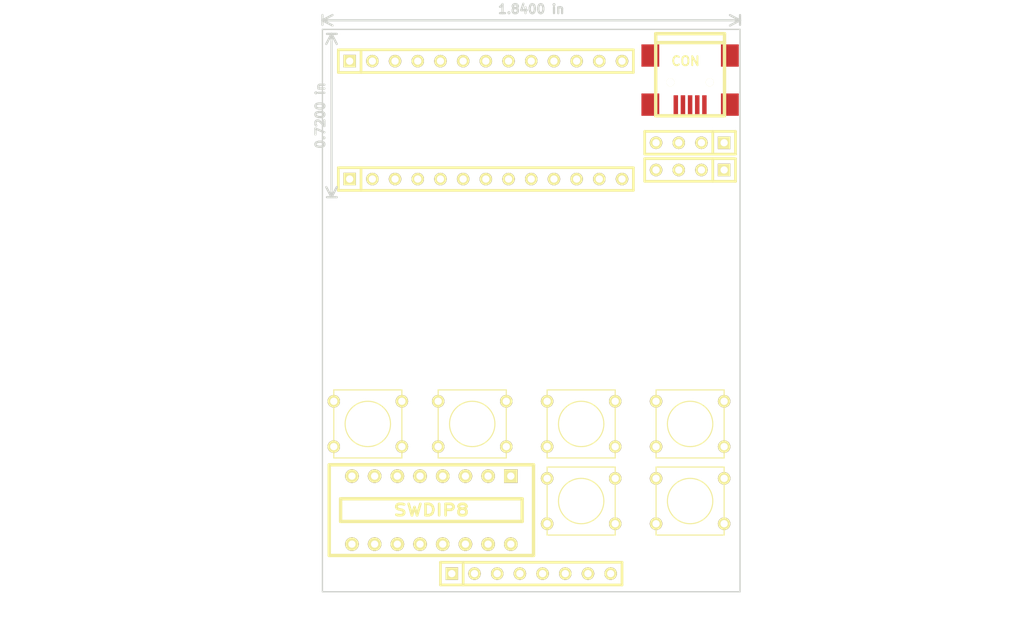
<source format=kicad_pcb>
(kicad_pcb (version 3) (host pcbnew "(2013-jul-07)-stable")

  (general
    (links 0)
    (no_connects 0)
    (area 85.475188 57.853 199.782908 127.443)
    (thickness 1.6)
    (drawings 37)
    (tracks 0)
    (zones 0)
    (modules 13)
    (nets 1)
  )

  (page A4)
  (layers
    (15 F.Cu signal)
    (0 B.Cu signal)
    (16 B.Adhes user)
    (17 F.Adhes user)
    (18 B.Paste user)
    (19 F.Paste user)
    (20 B.SilkS user)
    (21 F.SilkS user)
    (22 B.Mask user)
    (23 F.Mask user)
    (24 Dwgs.User user)
    (25 Cmts.User user)
    (26 Eco1.User user)
    (27 Eco2.User user)
    (28 Edge.Cuts user)
  )

  (setup
    (last_trace_width 0.254)
    (trace_clearance 0.254)
    (zone_clearance 0.508)
    (zone_45_only no)
    (trace_min 0.254)
    (segment_width 0.2)
    (edge_width 0.15)
    (via_size 0.889)
    (via_drill 0.635)
    (via_min_size 0.889)
    (via_min_drill 0.508)
    (uvia_size 0.508)
    (uvia_drill 0.127)
    (uvias_allowed no)
    (uvia_min_size 0.508)
    (uvia_min_drill 0.127)
    (pcb_text_width 0.3)
    (pcb_text_size 1 1)
    (mod_edge_width 0.15)
    (mod_text_size 1 1)
    (mod_text_width 0.15)
    (pad_size 1 1)
    (pad_drill 0.6)
    (pad_to_mask_clearance 0)
    (aux_axis_origin 0 0)
    (visible_elements FFFFFFBF)
    (pcbplotparams
      (layerselection 0)
      (usegerberextensions true)
      (excludeedgelayer true)
      (linewidth 0.150000)
      (plotframeref false)
      (viasonmask false)
      (mode 1)
      (useauxorigin false)
      (hpglpennumber 1)
      (hpglpenspeed 20)
      (hpglpendiameter 15)
      (hpglpenoverlay 2)
      (psnegative false)
      (psa4output false)
      (plotreference true)
      (plotvalue true)
      (plotothertext true)
      (plotinvisibletext false)
      (padsonsilk false)
      (subtractmaskfromsilk false)
      (outputformat 1)
      (mirror false)
      (drillshape 0)
      (scaleselection 1)
      (outputdirectory ""))
  )

  (net 0 "")

  (net_class Default "This is the default net class."
    (clearance 0.254)
    (trace_width 0.254)
    (via_dia 0.889)
    (via_drill 0.635)
    (uvia_dia 0.508)
    (uvia_drill 0.127)
    (add_net "")
  )

  (module SW_PUSH_SMALL (layer F.Cu) (tedit 54CFDF7E) (tstamp 54CFDE5A)
    (at 126.492 105.156)
    (fp_text reference SW_PUSH_SMALL (at 0 -1.016) (layer F.SilkS) hide
      (effects (font (size 1.016 1.016) (thickness 0.2032)))
    )
    (fp_text value Val** (at 0 1.016) (layer F.SilkS) hide
      (effects (font (size 1.016 1.016) (thickness 0.2032)))
    )
    (fp_circle (center 0 0) (end 0 -2.54) (layer F.SilkS) (width 0.127))
    (fp_line (start -3.81 -3.81) (end 3.81 -3.81) (layer F.SilkS) (width 0.127))
    (fp_line (start 3.81 -3.81) (end 3.81 3.81) (layer F.SilkS) (width 0.127))
    (fp_line (start 3.81 3.81) (end -3.81 3.81) (layer F.SilkS) (width 0.127))
    (fp_line (start -3.81 -3.81) (end -3.81 3.81) (layer F.SilkS) (width 0.127))
    (pad 1 thru_hole circle (at 3.81 -2.54) (size 1.397 1.397) (drill 0.8128)
      (layers *.Cu *.Mask F.SilkS)
    )
    (pad 2 thru_hole circle (at 3.81 2.54) (size 1.397 1.397) (drill 0.8128)
      (layers *.Cu *.Mask F.SilkS)
    )
    (pad 1 thru_hole circle (at -3.81 -2.54) (size 1.397 1.397) (drill 0.8128)
      (layers *.Cu *.Mask F.SilkS)
    )
    (pad 2 thru_hole circle (at -3.81 2.54) (size 1.397 1.397) (drill 0.8128)
      (layers *.Cu *.Mask F.SilkS)
    )
  )

  (module SW_PUSH_SMALL (layer F.Cu) (tedit 54CFDF7B) (tstamp 54CFDE76)
    (at 138.176 105.156)
    (fp_text reference SW_PUSH_SMALL (at 0 -0.762) (layer F.SilkS) hide
      (effects (font (size 1.016 1.016) (thickness 0.2032)))
    )
    (fp_text value Val** (at 0 1.016) (layer F.SilkS) hide
      (effects (font (size 1.016 1.016) (thickness 0.2032)))
    )
    (fp_circle (center 0 0) (end 0 -2.54) (layer F.SilkS) (width 0.127))
    (fp_line (start -3.81 -3.81) (end 3.81 -3.81) (layer F.SilkS) (width 0.127))
    (fp_line (start 3.81 -3.81) (end 3.81 3.81) (layer F.SilkS) (width 0.127))
    (fp_line (start 3.81 3.81) (end -3.81 3.81) (layer F.SilkS) (width 0.127))
    (fp_line (start -3.81 -3.81) (end -3.81 3.81) (layer F.SilkS) (width 0.127))
    (pad 1 thru_hole circle (at 3.81 -2.54) (size 1.397 1.397) (drill 0.8128)
      (layers *.Cu *.Mask F.SilkS)
    )
    (pad 2 thru_hole circle (at 3.81 2.54) (size 1.397 1.397) (drill 0.8128)
      (layers *.Cu *.Mask F.SilkS)
    )
    (pad 1 thru_hole circle (at -3.81 -2.54) (size 1.397 1.397) (drill 0.8128)
      (layers *.Cu *.Mask F.SilkS)
    )
    (pad 2 thru_hole circle (at -3.81 2.54) (size 1.397 1.397) (drill 0.8128)
      (layers *.Cu *.Mask F.SilkS)
    )
  )

  (module SW_PUSH_SMALL (layer F.Cu) (tedit 54CFDF6F) (tstamp 54CFDE8F)
    (at 150.368 105.156)
    (fp_text reference SW_PUSH_SMALL (at 0 -0.762) (layer F.SilkS) hide
      (effects (font (size 1.016 1.016) (thickness 0.2032)))
    )
    (fp_text value Val** (at 0 1.016) (layer F.SilkS) hide
      (effects (font (size 1.016 1.016) (thickness 0.2032)))
    )
    (fp_circle (center 0 0) (end 0 -2.54) (layer F.SilkS) (width 0.127))
    (fp_line (start -3.81 -3.81) (end 3.81 -3.81) (layer F.SilkS) (width 0.127))
    (fp_line (start 3.81 -3.81) (end 3.81 3.81) (layer F.SilkS) (width 0.127))
    (fp_line (start 3.81 3.81) (end -3.81 3.81) (layer F.SilkS) (width 0.127))
    (fp_line (start -3.81 -3.81) (end -3.81 3.81) (layer F.SilkS) (width 0.127))
    (pad 1 thru_hole circle (at 3.81 -2.54) (size 1.397 1.397) (drill 0.8128)
      (layers *.Cu *.Mask F.SilkS)
    )
    (pad 2 thru_hole circle (at 3.81 2.54) (size 1.397 1.397) (drill 0.8128)
      (layers *.Cu *.Mask F.SilkS)
    )
    (pad 1 thru_hole circle (at -3.81 -2.54) (size 1.397 1.397) (drill 0.8128)
      (layers *.Cu *.Mask F.SilkS)
    )
    (pad 2 thru_hole circle (at -3.81 2.54) (size 1.397 1.397) (drill 0.8128)
      (layers *.Cu *.Mask F.SilkS)
    )
  )

  (module SW_PUSH_SMALL (layer F.Cu) (tedit 54CFDF72) (tstamp 54CFDEA8)
    (at 162.56 105.156)
    (fp_text reference SW_PUSH_SMALL (at 0 -0.762) (layer F.SilkS) hide
      (effects (font (size 1.016 1.016) (thickness 0.2032)))
    )
    (fp_text value Val** (at 0 1.016) (layer F.SilkS) hide
      (effects (font (size 1.016 1.016) (thickness 0.2032)))
    )
    (fp_circle (center 0 0) (end 0 -2.54) (layer F.SilkS) (width 0.127))
    (fp_line (start -3.81 -3.81) (end 3.81 -3.81) (layer F.SilkS) (width 0.127))
    (fp_line (start 3.81 -3.81) (end 3.81 3.81) (layer F.SilkS) (width 0.127))
    (fp_line (start 3.81 3.81) (end -3.81 3.81) (layer F.SilkS) (width 0.127))
    (fp_line (start -3.81 -3.81) (end -3.81 3.81) (layer F.SilkS) (width 0.127))
    (pad 1 thru_hole circle (at 3.81 -2.54) (size 1.397 1.397) (drill 0.8128)
      (layers *.Cu *.Mask F.SilkS)
    )
    (pad 2 thru_hole circle (at 3.81 2.54) (size 1.397 1.397) (drill 0.8128)
      (layers *.Cu *.Mask F.SilkS)
    )
    (pad 1 thru_hole circle (at -3.81 -2.54) (size 1.397 1.397) (drill 0.8128)
      (layers *.Cu *.Mask F.SilkS)
    )
    (pad 2 thru_hole circle (at -3.81 2.54) (size 1.397 1.397) (drill 0.8128)
      (layers *.Cu *.Mask F.SilkS)
    )
  )

  (module SWDIP8 (layer F.Cu) (tedit 54CFDF5F) (tstamp 54CFE51B)
    (at 133.604 114.808 180)
    (descr "Switch Dil 8 elements")
    (tags "SWITCH DEV")
    (fp_text reference SWDIP8 (at 0 0 180) (layer F.SilkS)
      (effects (font (size 1.27 1.524) (thickness 0.3048)))
    )
    (fp_text value SW** (at 0 -6.35 180) (layer F.SilkS) hide
      (effects (font (size 1.27 1.524) (thickness 0.3048)))
    )
    (fp_line (start -11.43 5.08) (end 11.43 5.08) (layer F.SilkS) (width 0.381))
    (fp_line (start 11.43 5.08) (end 11.43 -5.08) (layer F.SilkS) (width 0.381))
    (fp_line (start 11.43 -5.08) (end -11.43 -5.08) (layer F.SilkS) (width 0.381))
    (fp_line (start -11.43 -5.08) (end -11.43 5.08) (layer F.SilkS) (width 0.381))
    (fp_line (start -10.16 -1.27) (end 10.16 -1.27) (layer F.SilkS) (width 0.381))
    (fp_line (start 10.16 -1.27) (end 10.16 1.27) (layer F.SilkS) (width 0.381))
    (fp_line (start 10.16 1.27) (end -10.16 1.27) (layer F.SilkS) (width 0.381))
    (fp_line (start -10.16 1.27) (end -10.16 -1.27) (layer F.SilkS) (width 0.381))
    (pad 1 thru_hole rect (at -8.89 3.81 180) (size 1.524 1.524) (drill 0.8128)
      (layers *.Cu *.Mask F.SilkS)
    )
    (pad 2 thru_hole circle (at -6.35 3.81 180) (size 1.524 1.524) (drill 0.8128)
      (layers *.Cu *.Mask F.SilkS)
    )
    (pad 3 thru_hole circle (at -3.81 3.81 180) (size 1.524 1.524) (drill 0.8128)
      (layers *.Cu *.Mask F.SilkS)
    )
    (pad 4 thru_hole circle (at -1.27 3.81 180) (size 1.524 1.524) (drill 0.8128)
      (layers *.Cu *.Mask F.SilkS)
    )
    (pad 5 thru_hole circle (at 1.27 3.81 180) (size 1.524 1.524) (drill 0.8128)
      (layers *.Cu *.Mask F.SilkS)
    )
    (pad 6 thru_hole circle (at 3.81 3.81 180) (size 1.524 1.524) (drill 0.8128)
      (layers *.Cu *.Mask F.SilkS)
    )
    (pad 7 thru_hole circle (at 6.35 3.81 180) (size 1.524 1.524) (drill 0.8128)
      (layers *.Cu *.Mask F.SilkS)
    )
    (pad 8 thru_hole circle (at 8.89 3.81 180) (size 1.524 1.524) (drill 0.8128)
      (layers *.Cu *.Mask F.SilkS)
    )
    (pad 9 thru_hole circle (at 8.89 -3.81 180) (size 1.524 1.524) (drill 0.8128)
      (layers *.Cu *.Mask F.SilkS)
    )
    (pad 10 thru_hole circle (at 6.35 -3.81 180) (size 1.524 1.524) (drill 0.8128)
      (layers *.Cu *.Mask F.SilkS)
    )
    (pad 11 thru_hole circle (at 3.81 -3.81 180) (size 1.524 1.524) (drill 0.8128)
      (layers *.Cu *.Mask F.SilkS)
    )
    (pad 12 thru_hole circle (at 1.27 -3.81 180) (size 1.524 1.524) (drill 0.8128)
      (layers *.Cu *.Mask F.SilkS)
    )
    (pad 13 thru_hole circle (at -1.27 -3.81 180) (size 1.524 1.524) (drill 0.8128)
      (layers *.Cu *.Mask F.SilkS)
    )
    (pad 14 thru_hole circle (at -3.81 -3.81 180) (size 1.524 1.524) (drill 0.8128)
      (layers *.Cu *.Mask F.SilkS)
    )
    (pad 15 thru_hole circle (at -6.35 -3.81 180) (size 1.524 1.524) (drill 0.8128)
      (layers *.Cu *.Mask F.SilkS)
    )
    (pad 16 thru_hole circle (at -8.89 -3.81 180) (size 1.524 1.524) (drill 0.8128)
      (layers *.Cu *.Mask F.SilkS)
    )
  )

  (module SW_PUSH_SMALL (layer F.Cu) (tedit 54CFDF78) (tstamp 54CFE65D)
    (at 150.368 113.792 180)
    (fp_text reference SW_PUSH_SMALL (at 0 -0.762 180) (layer F.SilkS) hide
      (effects (font (size 1.016 1.016) (thickness 0.2032)))
    )
    (fp_text value Val** (at 0 1.016 180) (layer F.SilkS) hide
      (effects (font (size 1.016 1.016) (thickness 0.2032)))
    )
    (fp_circle (center 0 0) (end 0 -2.54) (layer F.SilkS) (width 0.127))
    (fp_line (start -3.81 -3.81) (end 3.81 -3.81) (layer F.SilkS) (width 0.127))
    (fp_line (start 3.81 -3.81) (end 3.81 3.81) (layer F.SilkS) (width 0.127))
    (fp_line (start 3.81 3.81) (end -3.81 3.81) (layer F.SilkS) (width 0.127))
    (fp_line (start -3.81 -3.81) (end -3.81 3.81) (layer F.SilkS) (width 0.127))
    (pad 1 thru_hole circle (at 3.81 -2.54 180) (size 1.397 1.397) (drill 0.8128)
      (layers *.Cu *.Mask F.SilkS)
    )
    (pad 2 thru_hole circle (at 3.81 2.54 180) (size 1.397 1.397) (drill 0.8128)
      (layers *.Cu *.Mask F.SilkS)
    )
    (pad 1 thru_hole circle (at -3.81 -2.54 180) (size 1.397 1.397) (drill 0.8128)
      (layers *.Cu *.Mask F.SilkS)
    )
    (pad 2 thru_hole circle (at -3.81 2.54 180) (size 1.397 1.397) (drill 0.8128)
      (layers *.Cu *.Mask F.SilkS)
    )
  )

  (module SIL-4 (layer F.Cu) (tedit 54CFDF89) (tstamp 54CFFC47)
    (at 162.56 73.66 180)
    (descr "Connecteur 4 pibs")
    (tags "CONN DEV")
    (fp_text reference SIL-4 (at 0 -2.54 180) (layer F.SilkS) hide
      (effects (font (size 1.73482 1.08712) (thickness 0.27178)))
    )
    (fp_text value Val** (at 0 -2.54 180) (layer F.SilkS) hide
      (effects (font (size 1.524 1.016) (thickness 0.3048)))
    )
    (fp_line (start -5.08 -1.27) (end -5.08 -1.27) (layer F.SilkS) (width 0.3048))
    (fp_line (start -5.08 1.27) (end -5.08 -1.27) (layer F.SilkS) (width 0.3048))
    (fp_line (start -5.08 -1.27) (end -5.08 -1.27) (layer F.SilkS) (width 0.3048))
    (fp_line (start -5.08 -1.27) (end 5.08 -1.27) (layer F.SilkS) (width 0.3048))
    (fp_line (start 5.08 -1.27) (end 5.08 1.27) (layer F.SilkS) (width 0.3048))
    (fp_line (start 5.08 1.27) (end -5.08 1.27) (layer F.SilkS) (width 0.3048))
    (fp_line (start -2.54 1.27) (end -2.54 -1.27) (layer F.SilkS) (width 0.3048))
    (pad 1 thru_hole rect (at -3.81 0 180) (size 1.397 1.397) (drill 0.8128)
      (layers *.Cu *.Mask F.SilkS)
    )
    (pad 2 thru_hole circle (at -1.27 0 180) (size 1.397 1.397) (drill 0.8128)
      (layers *.Cu *.Mask F.SilkS)
    )
    (pad 3 thru_hole circle (at 1.27 0 180) (size 1.397 1.397) (drill 0.8128)
      (layers *.Cu *.Mask F.SilkS)
    )
    (pad 4 thru_hole circle (at 3.81 0 180) (size 1.397 1.397) (drill 0.8128)
      (layers *.Cu *.Mask F.SilkS)
    )
  )

  (module SIL-4 (layer F.Cu) (tedit 54CFDF85) (tstamp 54CFFC7B)
    (at 162.56 76.708 180)
    (descr "Connecteur 4 pibs")
    (tags "CONN DEV")
    (fp_text reference SIL-4 (at 0 -2.54 180) (layer F.SilkS) hide
      (effects (font (size 1.73482 1.08712) (thickness 0.27178)))
    )
    (fp_text value Val** (at 0 -2.54 180) (layer F.SilkS) hide
      (effects (font (size 1.524 1.016) (thickness 0.3048)))
    )
    (fp_line (start -5.08 -1.27) (end -5.08 -1.27) (layer F.SilkS) (width 0.3048))
    (fp_line (start -5.08 1.27) (end -5.08 -1.27) (layer F.SilkS) (width 0.3048))
    (fp_line (start -5.08 -1.27) (end -5.08 -1.27) (layer F.SilkS) (width 0.3048))
    (fp_line (start -5.08 -1.27) (end 5.08 -1.27) (layer F.SilkS) (width 0.3048))
    (fp_line (start 5.08 -1.27) (end 5.08 1.27) (layer F.SilkS) (width 0.3048))
    (fp_line (start 5.08 1.27) (end -5.08 1.27) (layer F.SilkS) (width 0.3048))
    (fp_line (start -2.54 1.27) (end -2.54 -1.27) (layer F.SilkS) (width 0.3048))
    (pad 1 thru_hole rect (at -3.81 0 180) (size 1.397 1.397) (drill 0.8128)
      (layers *.Cu *.Mask F.SilkS)
    )
    (pad 2 thru_hole circle (at -1.27 0 180) (size 1.397 1.397) (drill 0.8128)
      (layers *.Cu *.Mask F.SilkS)
    )
    (pad 3 thru_hole circle (at 1.27 0 180) (size 1.397 1.397) (drill 0.8128)
      (layers *.Cu *.Mask F.SilkS)
    )
    (pad 4 thru_hole circle (at 3.81 0 180) (size 1.397 1.397) (drill 0.8128)
      (layers *.Cu *.Mask F.SilkS)
    )
  )

  (module SW_PUSH_SMALL (layer F.Cu) (tedit 54CFDF74) (tstamp 54CFFDF8)
    (at 162.56 113.792)
    (fp_text reference SW_PUSH_SMALL (at 0 -0.762) (layer F.SilkS) hide
      (effects (font (size 1.016 1.016) (thickness 0.2032)))
    )
    (fp_text value Val** (at 0 1.016) (layer F.SilkS) hide
      (effects (font (size 1.016 1.016) (thickness 0.2032)))
    )
    (fp_circle (center 0 0) (end 0 -2.54) (layer F.SilkS) (width 0.127))
    (fp_line (start -3.81 -3.81) (end 3.81 -3.81) (layer F.SilkS) (width 0.127))
    (fp_line (start 3.81 -3.81) (end 3.81 3.81) (layer F.SilkS) (width 0.127))
    (fp_line (start 3.81 3.81) (end -3.81 3.81) (layer F.SilkS) (width 0.127))
    (fp_line (start -3.81 -3.81) (end -3.81 3.81) (layer F.SilkS) (width 0.127))
    (pad 1 thru_hole circle (at 3.81 -2.54) (size 1.397 1.397) (drill 0.8128)
      (layers *.Cu *.Mask F.SilkS)
    )
    (pad 2 thru_hole circle (at 3.81 2.54) (size 1.397 1.397) (drill 0.8128)
      (layers *.Cu *.Mask F.SilkS)
    )
    (pad 1 thru_hole circle (at -3.81 -2.54) (size 1.397 1.397) (drill 0.8128)
      (layers *.Cu *.Mask F.SilkS)
    )
    (pad 2 thru_hole circle (at -3.81 2.54) (size 1.397 1.397) (drill 0.8128)
      (layers *.Cu *.Mask F.SilkS)
    )
  )

  (module USB_MINI_B (layer F.Cu) (tedit 54CFDF26) (tstamp 54D00E91)
    (at 162.56 66.04 270)
    (descr "USB Mini-B 5-pin SMD connector")
    (tags "USB, Mini-B, connector")
    (fp_text reference CON (at -1.524 0.508 360) (layer F.SilkS)
      (effects (font (size 1.016 1.016) (thickness 0.2032)))
    )
    (fp_text value USB-Mini-B (at 0 -7.0993 270) (layer F.SilkS) hide
      (effects (font (size 1.016 1.016) (thickness 0.2032)))
    )
    (fp_line (start -3.59918 -3.85064) (end -3.59918 3.85064) (layer F.SilkS) (width 0.381))
    (fp_line (start -4.59994 -3.85064) (end -4.59994 3.85064) (layer F.SilkS) (width 0.381))
    (fp_line (start -4.59994 3.85064) (end 4.59994 3.85064) (layer F.SilkS) (width 0.381))
    (fp_line (start 4.59994 3.85064) (end 4.59994 -3.85064) (layer F.SilkS) (width 0.381))
    (fp_line (start 4.59994 -3.85064) (end -4.59994 -3.85064) (layer F.SilkS) (width 0.381))
    (pad 1 smd rect (at 3.44932 -1.6002 270) (size 2.30124 0.50038)
      (layers F.Cu F.Paste F.Mask)
    )
    (pad 2 smd rect (at 3.44932 -0.8001 270) (size 2.30124 0.50038)
      (layers F.Cu F.Paste F.Mask)
    )
    (pad 3 smd rect (at 3.44932 0 270) (size 2.30124 0.50038)
      (layers F.Cu F.Paste F.Mask)
    )
    (pad 4 smd rect (at 3.44932 0.8001 270) (size 2.30124 0.50038)
      (layers F.Cu F.Paste F.Mask)
    )
    (pad 5 smd rect (at 3.44932 1.6002 270) (size 2.30124 0.50038)
      (layers F.Cu F.Paste F.Mask)
    )
    (pad 6 smd rect (at 3.35026 -4.45008 270) (size 2.49936 1.99898)
      (layers F.Cu F.Paste F.Mask)
    )
    (pad 7 smd rect (at -2.14884 -4.45008 270) (size 2.49936 1.99898)
      (layers F.Cu F.Paste F.Mask)
    )
    (pad 8 smd rect (at 3.35026 4.45008 270) (size 2.49936 1.99898)
      (layers F.Cu F.Paste F.Mask)
    )
    (pad 9 smd rect (at -2.14884 4.45008 270) (size 2.49936 1.99898)
      (layers F.Cu F.Paste F.Mask)
    )
    (pad "" np_thru_hole circle (at 0.8509 -2.19964 270) (size 0.89916 0.89916) (drill 0.89916)
      (layers *.Cu *.Mask F.SilkS)
    )
    (pad 2 np_thru_hole circle (at 0.8509 2.19964 270) (size 0.89916 0.89916) (drill 0.89916)
      (layers *.Cu *.Mask F.SilkS)
    )
  )

  (module SIL-13 (layer F.Cu) (tedit 54CFE0D7) (tstamp 54D02076)
    (at 139.7 77.724)
    (descr "Connecteur 13 pins")
    (tags "CONN DEV")
    (fp_text reference SIL-13 (at -10.16 -2.54) (layer F.SilkS) hide
      (effects (font (size 1.72974 1.08712) (thickness 0.27178)))
    )
    (fp_text value Val** (at 5.08 -2.54) (layer F.SilkS) hide
      (effects (font (size 1.524 1.016) (thickness 0.254)))
    )
    (fp_line (start -16.51 -1.27) (end 16.51 -1.27) (layer F.SilkS) (width 0.3048))
    (fp_line (start 16.51 -1.27) (end 16.51 1.27) (layer F.SilkS) (width 0.3048))
    (fp_line (start 16.51 1.27) (end -16.51 1.27) (layer F.SilkS) (width 0.3048))
    (fp_line (start -16.51 1.27) (end -16.51 -1.27) (layer F.SilkS) (width 0.3048))
    (fp_line (start -13.97 -1.27) (end -13.97 1.27) (layer F.SilkS) (width 0.3048))
    (pad 1 thru_hole rect (at -15.24 0) (size 1.397 1.397) (drill 0.8128)
      (layers *.Cu *.Mask F.SilkS)
    )
    (pad 2 thru_hole circle (at -12.7 0) (size 1.397 1.397) (drill 0.8128)
      (layers *.Cu *.Mask F.SilkS)
    )
    (pad 3 thru_hole circle (at -10.16 0) (size 1.397 1.397) (drill 0.8128)
      (layers *.Cu *.Mask F.SilkS)
    )
    (pad 4 thru_hole circle (at -7.62 0) (size 1.397 1.397) (drill 0.8128)
      (layers *.Cu *.Mask F.SilkS)
    )
    (pad 5 thru_hole circle (at -5.08 0) (size 1.397 1.397) (drill 0.8128)
      (layers *.Cu *.Mask F.SilkS)
    )
    (pad 6 thru_hole circle (at -2.54 0) (size 1.397 1.397) (drill 0.8128)
      (layers *.Cu *.Mask F.SilkS)
    )
    (pad 7 thru_hole circle (at 0 0) (size 1.397 1.397) (drill 0.8128)
      (layers *.Cu *.Mask F.SilkS)
    )
    (pad 8 thru_hole circle (at 2.54 0) (size 1.397 1.397) (drill 0.8128)
      (layers *.Cu *.Mask F.SilkS)
    )
    (pad 9 thru_hole circle (at 5.08 0) (size 1.397 1.397) (drill 0.8128)
      (layers *.Cu *.Mask F.SilkS)
    )
    (pad 10 thru_hole circle (at 7.62 0) (size 1.397 1.397) (drill 0.8128)
      (layers *.Cu *.Mask F.SilkS)
    )
    (pad 11 thru_hole circle (at 10.16 0) (size 1.397 1.397) (drill 0.8128)
      (layers *.Cu *.Mask F.SilkS)
    )
    (pad 12 thru_hole circle (at 12.7 0) (size 1.397 1.397) (drill 0.8128)
      (layers *.Cu *.Mask F.SilkS)
    )
    (pad 13 thru_hole circle (at 15.24 0) (size 1.397 1.397) (drill 0.8128)
      (layers *.Cu *.Mask F.SilkS)
    )
  )

  (module SIL-13 (layer F.Cu) (tedit 54CFE0E1) (tstamp 54D020A1)
    (at 139.7 64.516)
    (descr "Connecteur 13 pins")
    (tags "CONN DEV")
    (fp_text reference SIL-13 (at -10.16 -2.54) (layer F.SilkS) hide
      (effects (font (size 1.72974 1.08712) (thickness 0.27178)))
    )
    (fp_text value Val** (at 5.08 -2.54) (layer F.SilkS) hide
      (effects (font (size 1.524 1.016) (thickness 0.254)))
    )
    (fp_line (start -16.51 -1.27) (end 16.51 -1.27) (layer F.SilkS) (width 0.3048))
    (fp_line (start 16.51 -1.27) (end 16.51 1.27) (layer F.SilkS) (width 0.3048))
    (fp_line (start 16.51 1.27) (end -16.51 1.27) (layer F.SilkS) (width 0.3048))
    (fp_line (start -16.51 1.27) (end -16.51 -1.27) (layer F.SilkS) (width 0.3048))
    (fp_line (start -13.97 -1.27) (end -13.97 1.27) (layer F.SilkS) (width 0.3048))
    (pad 1 thru_hole rect (at -15.24 0) (size 1.397 1.397) (drill 0.8128)
      (layers *.Cu *.Mask F.SilkS)
    )
    (pad 2 thru_hole circle (at -12.7 0) (size 1.397 1.397) (drill 0.8128)
      (layers *.Cu *.Mask F.SilkS)
    )
    (pad 3 thru_hole circle (at -10.16 0) (size 1.397 1.397) (drill 0.8128)
      (layers *.Cu *.Mask F.SilkS)
    )
    (pad 4 thru_hole circle (at -7.62 0) (size 1.397 1.397) (drill 0.8128)
      (layers *.Cu *.Mask F.SilkS)
    )
    (pad 5 thru_hole circle (at -5.08 0) (size 1.397 1.397) (drill 0.8128)
      (layers *.Cu *.Mask F.SilkS)
    )
    (pad 6 thru_hole circle (at -2.54 0) (size 1.397 1.397) (drill 0.8128)
      (layers *.Cu *.Mask F.SilkS)
    )
    (pad 7 thru_hole circle (at 0 0) (size 1.397 1.397) (drill 0.8128)
      (layers *.Cu *.Mask F.SilkS)
    )
    (pad 8 thru_hole circle (at 2.54 0) (size 1.397 1.397) (drill 0.8128)
      (layers *.Cu *.Mask F.SilkS)
    )
    (pad 9 thru_hole circle (at 5.08 0) (size 1.397 1.397) (drill 0.8128)
      (layers *.Cu *.Mask F.SilkS)
    )
    (pad 10 thru_hole circle (at 7.62 0) (size 1.397 1.397) (drill 0.8128)
      (layers *.Cu *.Mask F.SilkS)
    )
    (pad 11 thru_hole circle (at 10.16 0) (size 1.397 1.397) (drill 0.8128)
      (layers *.Cu *.Mask F.SilkS)
    )
    (pad 12 thru_hole circle (at 12.7 0) (size 1.397 1.397) (drill 0.8128)
      (layers *.Cu *.Mask F.SilkS)
    )
    (pad 13 thru_hole circle (at 15.24 0) (size 1.397 1.397) (drill 0.8128)
      (layers *.Cu *.Mask F.SilkS)
    )
  )

  (module SIL-8 (layer F.Cu) (tedit 54CFE195) (tstamp 54D02124)
    (at 144.78 121.92)
    (descr "Connecteur 8 pins")
    (tags "CONN DEV")
    (fp_text reference SIL-8 (at -6.35 -2.54) (layer F.SilkS) hide
      (effects (font (size 1.72974 1.08712) (thickness 0.27178)))
    )
    (fp_text value Val** (at 5.08 -2.54) (layer F.SilkS) hide
      (effects (font (size 1.524 1.016) (thickness 0.254)))
    )
    (fp_line (start -10.16 -1.27) (end 10.16 -1.27) (layer F.SilkS) (width 0.3048))
    (fp_line (start 10.16 -1.27) (end 10.16 1.27) (layer F.SilkS) (width 0.3048))
    (fp_line (start 10.16 1.27) (end -10.16 1.27) (layer F.SilkS) (width 0.3048))
    (fp_line (start -10.16 1.27) (end -10.16 -1.27) (layer F.SilkS) (width 0.3048))
    (fp_line (start -7.62 1.27) (end -7.62 -1.27) (layer F.SilkS) (width 0.3048))
    (pad 1 thru_hole rect (at -8.89 0) (size 1.397 1.397) (drill 0.8128)
      (layers *.Cu *.Mask F.SilkS)
    )
    (pad 2 thru_hole circle (at -6.35 0) (size 1.397 1.397) (drill 0.8128)
      (layers *.Cu *.Mask F.SilkS)
    )
    (pad 3 thru_hole circle (at -3.81 0) (size 1.397 1.397) (drill 0.8128)
      (layers *.Cu *.Mask F.SilkS)
    )
    (pad 4 thru_hole circle (at -1.27 0) (size 1.397 1.397) (drill 0.8128)
      (layers *.Cu *.Mask F.SilkS)
    )
    (pad 5 thru_hole circle (at 1.27 0) (size 1.397 1.397) (drill 0.8128)
      (layers *.Cu *.Mask F.SilkS)
    )
    (pad 6 thru_hole circle (at 3.81 0) (size 1.397 1.397) (drill 0.8128)
      (layers *.Cu *.Mask F.SilkS)
    )
    (pad 7 thru_hole circle (at 6.35 0) (size 1.397 1.397) (drill 0.8128)
      (layers *.Cu *.Mask F.SilkS)
    )
    (pad 8 thru_hole circle (at 8.89 0) (size 1.397 1.397) (drill 0.8128)
      (layers *.Cu *.Mask F.SilkS)
    )
  )

  (dimension 62.992 (width 0.25) (layer Eco2.User)
    (gr_text "62,992 mm" (at 115.332001 92.456 270) (layer Eco2.User)
      (effects (font (size 1 1) (thickness 0.25)))
    )
    (feature1 (pts (xy 121.412 123.952) (xy 114.332001 123.952)))
    (feature2 (pts (xy 121.412 60.96) (xy 114.332001 60.96)))
    (crossbar (pts (xy 116.332001 60.96) (xy 116.332001 123.952)))
    (arrow1a (pts (xy 116.332001 123.952) (xy 115.745581 122.825497)))
    (arrow1b (pts (xy 116.332001 123.952) (xy 116.918421 122.825497)))
    (arrow2a (pts (xy 116.332001 60.96) (xy 115.745581 62.086503)))
    (arrow2b (pts (xy 116.332001 60.96) (xy 116.918421 62.086503)))
  )
  (gr_text "8 DIP-Switch to select if each output should\nbe routed via female or male header" (at 103.124 111.252) (layer Cmts.User)
    (effects (font (size 1 1) (thickness 0.25)))
  )
  (gr_text "Male headers for connecting the device directly \nto a breadboard. \n" (at 145.796 124.968) (layer Cmts.User)
    (effects (font (size 1 1) (thickness 0.25)))
  )
  (gr_text "6 push-buttons and a encoder\n" (at 180.34 99.568) (layer Cmts.User)
    (effects (font (size 1 1) (thickness 0.25)))
  )
  (gr_text "USB Input" (at 172.212 61.976) (layer Cmts.User)
    (effects (font (size 1 1) (thickness 0.25)))
  )
  (gr_text "These are female headers for connecting\ncables via cables to the breadboard\n" (at 183.896 73.152) (layer Cmts.User)
    (effects (font (size 1 1) (thickness 0.25)))
  )
  (gr_line (start 121.412 123.952) (end 121.412 60.96) (angle 90) (layer Edge.Cuts) (width 0.15))
  (gr_line (start 168.148 60.96) (end 168.148 123.952) (angle 90) (layer Edge.Cuts) (width 0.15))
  (dimension 18.288 (width 0.25) (layer Edge.Cuts)
    (gr_text "18,288 mm" (at 123.427999 70.612 270) (layer Edge.Cuts)
      (effects (font (size 1 1) (thickness 0.25)))
    )
    (feature1 (pts (xy 121.92 79.756) (xy 124.427999 79.756)))
    (feature2 (pts (xy 121.92 61.468) (xy 124.427999 61.468)))
    (crossbar (pts (xy 122.427999 61.468) (xy 122.427999 79.756)))
    (arrow1a (pts (xy 122.427999 79.756) (xy 121.841579 78.629497)))
    (arrow1b (pts (xy 122.427999 79.756) (xy 123.014419 78.629497)))
    (arrow2a (pts (xy 122.427999 61.468) (xy 121.841579 62.594503)))
    (arrow2b (pts (xy 122.427999 61.468) (xy 123.014419 62.594503)))
  )
  (dimension 46.736 (width 0.25) (layer Edge.Cuts)
    (gr_text "46,736 mm" (at 144.78 58.928) (layer Edge.Cuts)
      (effects (font (size 1 1) (thickness 0.25)))
    )
    (feature1 (pts (xy 168.148 60.452) (xy 168.148 57.944001)))
    (feature2 (pts (xy 121.412 60.452) (xy 121.412 57.944001)))
    (crossbar (pts (xy 121.412 59.944001) (xy 168.148 59.944001)))
    (arrow1a (pts (xy 168.148 59.944001) (xy 167.021497 60.530421)))
    (arrow1b (pts (xy 168.148 59.944001) (xy 167.021497 59.357581)))
    (arrow2a (pts (xy 121.412 59.944001) (xy 122.538503 60.530421)))
    (arrow2b (pts (xy 121.412 59.944001) (xy 122.538503 59.357581)))
  )
  (gr_line (start 168.148 123.952) (end 121.412 123.952) (angle 90) (layer Edge.Cuts) (width 0.15))
  (gr_line (start 121.412 60.96) (end 168.148 60.96) (angle 90) (layer Edge.Cuts) (width 0.15))
  (dimension 17.5 (width 0.25) (layer Eco2.User)
    (gr_text "17,500 mm" (at 146.089999 89.556 90) (layer Eco2.User)
      (effects (font (size 1 1) (thickness 0.25)))
    )
    (feature1 (pts (xy 144.34 80.806) (xy 147.089999 80.806)))
    (feature2 (pts (xy 144.34 98.306) (xy 147.089999 98.306)))
    (crossbar (pts (xy 145.089999 98.306) (xy 145.089999 80.806)))
    (arrow1a (pts (xy 145.089999 80.806) (xy 145.676419 81.932503)))
    (arrow1b (pts (xy 145.089999 80.806) (xy 144.503579 81.932503)))
    (arrow2a (pts (xy 145.089999 98.306) (xy 145.676419 97.179497)))
    (arrow2b (pts (xy 145.089999 98.306) (xy 144.503579 97.179497)))
  )
  (dimension 21.5 (width 0.25) (layer Eco2.User)
    (gr_text "21,500 mm" (at 155.09 96.556001) (layer Eco2.User)
      (effects (font (size 1 1) (thickness 0.25)))
    )
    (feature1 (pts (xy 165.84 98.306) (xy 165.84 95.556001)))
    (feature2 (pts (xy 144.34 98.306) (xy 144.34 95.556001)))
    (crossbar (pts (xy 144.34 97.556001) (xy 165.84 97.556001)))
    (arrow1a (pts (xy 165.84 97.556001) (xy 164.713497 98.142421)))
    (arrow1b (pts (xy 165.84 97.556001) (xy 164.713497 96.969581)))
    (arrow2a (pts (xy 144.34 97.556001) (xy 145.466503 98.142421)))
    (arrow2b (pts (xy 144.34 97.556001) (xy 145.466503 96.969581)))
  )
  (dimension 20 (width 0.25) (layer Eco2.User)
    (gr_text "20,000 mm" (at 121.046001 90.586 270) (layer Eco2.User)
      (effects (font (size 1 1) (thickness 0.25)))
    )
    (feature1 (pts (xy 122.796 100.586) (xy 120.046001 100.586)))
    (feature2 (pts (xy 122.796 80.586) (xy 120.046001 80.586)))
    (crossbar (pts (xy 122.046001 80.586) (xy 122.046001 100.586)))
    (arrow1a (pts (xy 122.046001 100.586) (xy 121.459581 99.459497)))
    (arrow1b (pts (xy 122.046001 100.586) (xy 122.632421 99.459497)))
    (arrow2a (pts (xy 122.046001 80.586) (xy 121.459581 81.712503)))
    (arrow2b (pts (xy 122.046001 80.586) (xy 122.632421 81.712503)))
  )
  (dimension 21 (width 0.25) (layer Eco2.User)
    (gr_text "21,000 mm" (at 133.296 81.835999) (layer Eco2.User)
      (effects (font (size 1 1) (thickness 0.25)))
    )
    (feature1 (pts (xy 143.796 80.586) (xy 143.796 82.835999)))
    (feature2 (pts (xy 122.796 80.586) (xy 122.796 82.835999)))
    (crossbar (pts (xy 122.796 80.835999) (xy 143.796 80.835999)))
    (arrow1a (pts (xy 143.796 80.835999) (xy 142.669497 81.422419)))
    (arrow1b (pts (xy 143.796 80.835999) (xy 142.669497 80.249579)))
    (arrow2a (pts (xy 122.796 80.835999) (xy 123.922503 81.422419)))
    (arrow2b (pts (xy 122.796 80.835999) (xy 123.922503 80.249579)))
  )
  (dimension 35 (width 0.25) (layer Eco2.User)
    (gr_text "35,000 mm" (at 139.232 63.351999) (layer Eco2.User)
      (effects (font (size 1 1) (thickness 0.25)))
    )
    (feature1 (pts (xy 156.732 61.852) (xy 156.732 64.351999)))
    (feature2 (pts (xy 121.732 61.852) (xy 121.732 64.351999)))
    (crossbar (pts (xy 121.732 62.351999) (xy 156.732 62.351999)))
    (arrow1a (pts (xy 156.732 62.351999) (xy 155.605497 62.938419)))
    (arrow1b (pts (xy 156.732 62.351999) (xy 155.605497 61.765579)))
    (arrow2a (pts (xy 121.732 62.351999) (xy 122.858503 62.938419)))
    (arrow2b (pts (xy 121.732 62.351999) (xy 122.858503 61.765579)))
  )
  (gr_text Screen (at 133.046 90.086) (layer Eco2.User)
    (effects (font (size 1 1) (thickness 0.25)))
  )
  (gr_line (start 124.046 97.586) (end 124.046 83.086) (angle 90) (layer Eco2.User) (width 0.2))
  (gr_line (start 142.546 97.586) (end 124.046 97.586) (angle 90) (layer Eco2.User) (width 0.2))
  (gr_line (start 142.546 83.086) (end 142.546 97.586) (angle 90) (layer Eco2.User) (width 0.2))
  (gr_line (start 124.046 83.086) (end 142.546 83.086) (angle 90) (layer Eco2.User) (width 0.2))
  (gr_line (start 122.796 100.586) (end 122.796 80.586) (angle 90) (layer Eco2.User) (width 0.2))
  (gr_line (start 143.796 100.586) (end 122.796 100.586) (angle 90) (layer Eco2.User) (width 0.2))
  (gr_line (start 143.796 80.586) (end 143.796 100.586) (angle 90) (layer Eco2.User) (width 0.2))
  (gr_line (start 122.796 80.586) (end 143.796 80.586) (angle 90) (layer Eco2.User) (width 0.2))
  (gr_text "Encoder\n" (at 156.464 82.804) (layer Eco2.User)
    (effects (font (size 1 1) (thickness 0.25)))
  )
  (gr_circle (center 155.34 89.806) (end 151.84 90.306) (layer Eco2.User) (width 0.2))
  (gr_line (start 165.84 98.306) (end 144.34 98.306) (angle 90) (layer Eco2.User) (width 0.2))
  (gr_line (start 165.84 80.806) (end 165.84 98.306) (angle 90) (layer Eco2.User) (width 0.2))
  (gr_line (start 144.34 80.806) (end 165.84 80.806) (angle 90) (layer Eco2.User) (width 0.2))
  (gr_line (start 144.34 98.306) (end 144.34 80.806) (angle 90) (layer Eco2.User) (width 0.2))
  (gr_text "Teensy\n" (at 139.232 70.602) (layer Eco2.User)
    (effects (font (size 1 1) (thickness 0.25)))
  )
  (gr_line (start 121.732 79.602) (end 121.732 61.602) (angle 90) (layer Eco2.User) (width 0.2))
  (gr_line (start 156.732 79.602) (end 121.732 79.602) (angle 90) (layer Eco2.User) (width 0.2))
  (gr_line (start 156.732 61.602) (end 156.732 79.602) (angle 90) (layer Eco2.User) (width 0.2))
  (gr_line (start 121.732 61.602) (end 156.732 61.602) (angle 90) (layer Eco2.User) (width 0.2))

)

</source>
